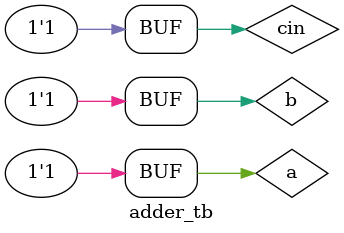
<source format=sv>
`timescale 1ns / 1ps;

module adder_tb;
    reg a, b, cin;
    wire cout, s;

    adder DUT (.a(a), .b(b), .cin(cin), .cout(cout), .s(s));

    initial begin
        a = 0; b = 0; cin = 0;
        #10 a = 1;
        #10 b = 1; a = 0;
        #10 a = 1;
        #10 cin = 1; a = 0; b = 0;
        #10 a = 1;
        #10 b = 1; a = 0;
        #10 a = 1;
        #10;
    end
endmodule

</source>
